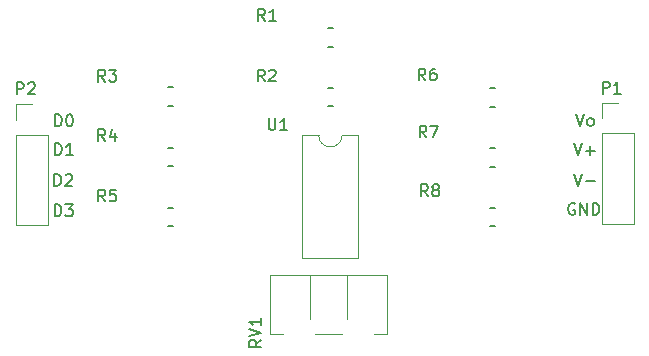
<source format=gto>
G04 #@! TF.FileFunction,Legend,Top*
%FSLAX46Y46*%
G04 Gerber Fmt 4.6, Leading zero omitted, Abs format (unit mm)*
G04 Created by KiCad (PCBNEW 4.0.7) date Tuesday, December 19, 2017 'PMt' 12:55:26 PM*
%MOMM*%
%LPD*%
G01*
G04 APERTURE LIST*
%ADD10C,0.100000*%
%ADD11C,0.200000*%
%ADD12C,0.120000*%
%ADD13C,0.150000*%
G04 APERTURE END LIST*
D10*
D11*
X158356396Y-80132300D02*
X158261158Y-80084681D01*
X158118301Y-80084681D01*
X157975443Y-80132300D01*
X157880205Y-80227538D01*
X157832586Y-80322776D01*
X157784967Y-80513252D01*
X157784967Y-80656110D01*
X157832586Y-80846586D01*
X157880205Y-80941824D01*
X157975443Y-81037062D01*
X158118301Y-81084681D01*
X158213539Y-81084681D01*
X158356396Y-81037062D01*
X158404015Y-80989443D01*
X158404015Y-80656110D01*
X158213539Y-80656110D01*
X158832586Y-81084681D02*
X158832586Y-80084681D01*
X159404015Y-81084681D01*
X159404015Y-80084681D01*
X159880205Y-81084681D02*
X159880205Y-80084681D01*
X160118300Y-80084681D01*
X160261158Y-80132300D01*
X160356396Y-80227538D01*
X160404015Y-80322776D01*
X160451634Y-80513252D01*
X160451634Y-80656110D01*
X160404015Y-80846586D01*
X160356396Y-80941824D01*
X160261158Y-81037062D01*
X160118300Y-81084681D01*
X159880205Y-81084681D01*
X158305619Y-77595481D02*
X158638952Y-78595481D01*
X158972286Y-77595481D01*
X159305619Y-78214529D02*
X160067524Y-78214529D01*
X158305619Y-75004681D02*
X158638952Y-76004681D01*
X158972286Y-75004681D01*
X159305619Y-75623729D02*
X160067524Y-75623729D01*
X159686572Y-76004681D02*
X159686572Y-75242776D01*
X158472286Y-72540881D02*
X158805619Y-73540881D01*
X159138953Y-72540881D01*
X159615143Y-73540881D02*
X159519905Y-73493262D01*
X159472286Y-73445643D01*
X159424667Y-73350405D01*
X159424667Y-73064690D01*
X159472286Y-72969452D01*
X159519905Y-72921833D01*
X159615143Y-72874214D01*
X159758001Y-72874214D01*
X159853239Y-72921833D01*
X159900858Y-72969452D01*
X159948477Y-73064690D01*
X159948477Y-73350405D01*
X159900858Y-73445643D01*
X159853239Y-73493262D01*
X159758001Y-73540881D01*
X159615143Y-73540881D01*
X114323905Y-81186281D02*
X114323905Y-80186281D01*
X114562000Y-80186281D01*
X114704858Y-80233900D01*
X114800096Y-80329138D01*
X114847715Y-80424376D01*
X114895334Y-80614852D01*
X114895334Y-80757710D01*
X114847715Y-80948186D01*
X114800096Y-81043424D01*
X114704858Y-81138662D01*
X114562000Y-81186281D01*
X114323905Y-81186281D01*
X115228667Y-80186281D02*
X115847715Y-80186281D01*
X115514381Y-80567233D01*
X115657239Y-80567233D01*
X115752477Y-80614852D01*
X115800096Y-80662471D01*
X115847715Y-80757710D01*
X115847715Y-80995805D01*
X115800096Y-81091043D01*
X115752477Y-81138662D01*
X115657239Y-81186281D01*
X115371524Y-81186281D01*
X115276286Y-81138662D01*
X115228667Y-81091043D01*
X114298505Y-78620881D02*
X114298505Y-77620881D01*
X114536600Y-77620881D01*
X114679458Y-77668500D01*
X114774696Y-77763738D01*
X114822315Y-77858976D01*
X114869934Y-78049452D01*
X114869934Y-78192310D01*
X114822315Y-78382786D01*
X114774696Y-78478024D01*
X114679458Y-78573262D01*
X114536600Y-78620881D01*
X114298505Y-78620881D01*
X115250886Y-77716119D02*
X115298505Y-77668500D01*
X115393743Y-77620881D01*
X115631839Y-77620881D01*
X115727077Y-77668500D01*
X115774696Y-77716119D01*
X115822315Y-77811357D01*
X115822315Y-77906595D01*
X115774696Y-78049452D01*
X115203267Y-78620881D01*
X115822315Y-78620881D01*
X114349305Y-76017381D02*
X114349305Y-75017381D01*
X114587400Y-75017381D01*
X114730258Y-75065000D01*
X114825496Y-75160238D01*
X114873115Y-75255476D01*
X114920734Y-75445952D01*
X114920734Y-75588810D01*
X114873115Y-75779286D01*
X114825496Y-75874524D01*
X114730258Y-75969762D01*
X114587400Y-76017381D01*
X114349305Y-76017381D01*
X115873115Y-76017381D02*
X115301686Y-76017381D01*
X115587400Y-76017381D02*
X115587400Y-75017381D01*
X115492162Y-75160238D01*
X115396924Y-75255476D01*
X115301686Y-75303095D01*
X114349305Y-73566281D02*
X114349305Y-72566281D01*
X114587400Y-72566281D01*
X114730258Y-72613900D01*
X114825496Y-72709138D01*
X114873115Y-72804376D01*
X114920734Y-72994852D01*
X114920734Y-73137710D01*
X114873115Y-73328186D01*
X114825496Y-73423424D01*
X114730258Y-73518662D01*
X114587400Y-73566281D01*
X114349305Y-73566281D01*
X115539781Y-72566281D02*
X115635020Y-72566281D01*
X115730258Y-72613900D01*
X115777877Y-72661519D01*
X115825496Y-72756757D01*
X115873115Y-72947233D01*
X115873115Y-73185329D01*
X115825496Y-73375805D01*
X115777877Y-73471043D01*
X115730258Y-73518662D01*
X115635020Y-73566281D01*
X115539781Y-73566281D01*
X115444543Y-73518662D01*
X115396924Y-73471043D01*
X115349305Y-73375805D01*
X115301686Y-73185329D01*
X115301686Y-72947233D01*
X115349305Y-72756757D01*
X115396924Y-72661519D01*
X115444543Y-72613900D01*
X115539781Y-72566281D01*
D12*
X160671200Y-81860700D02*
X163331200Y-81860700D01*
X160671200Y-74180700D02*
X160671200Y-81860700D01*
X163331200Y-74180700D02*
X163331200Y-81860700D01*
X160671200Y-74180700D02*
X163331200Y-74180700D01*
X160671200Y-72910700D02*
X160671200Y-71580700D01*
X160671200Y-71580700D02*
X162001200Y-71580700D01*
X111065000Y-81949600D02*
X113725000Y-81949600D01*
X111065000Y-74269600D02*
X111065000Y-81949600D01*
X113725000Y-74269600D02*
X113725000Y-81949600D01*
X111065000Y-74269600D02*
X113725000Y-74269600D01*
X111065000Y-72999600D02*
X111065000Y-71669600D01*
X111065000Y-71669600D02*
X112395000Y-71669600D01*
D13*
X137655300Y-65227200D02*
X137454640Y-65227200D01*
X137655300Y-65227200D02*
X137855960Y-65227200D01*
X137754360Y-66827400D02*
X137855960Y-66827400D01*
X137855960Y-66827400D02*
X137454640Y-66827400D01*
X137693400Y-70294500D02*
X137492740Y-70294500D01*
X137693400Y-70294500D02*
X137894060Y-70294500D01*
X137792460Y-71894700D02*
X137894060Y-71894700D01*
X137894060Y-71894700D02*
X137492740Y-71894700D01*
X124155200Y-71882000D02*
X124355860Y-71882000D01*
X124155200Y-71882000D02*
X123954540Y-71882000D01*
X124056140Y-70281800D02*
X123954540Y-70281800D01*
X123954540Y-70281800D02*
X124355860Y-70281800D01*
X124129800Y-76974700D02*
X124330460Y-76974700D01*
X124129800Y-76974700D02*
X123929140Y-76974700D01*
X124030740Y-75374500D02*
X123929140Y-75374500D01*
X123929140Y-75374500D02*
X124330460Y-75374500D01*
X124155200Y-82054700D02*
X124355860Y-82054700D01*
X124155200Y-82054700D02*
X123954540Y-82054700D01*
X124056140Y-80454500D02*
X123954540Y-80454500D01*
X123954540Y-80454500D02*
X124355860Y-80454500D01*
X151384000Y-71907400D02*
X151584660Y-71907400D01*
X151384000Y-71907400D02*
X151183340Y-71907400D01*
X151284940Y-70307200D02*
X151183340Y-70307200D01*
X151183340Y-70307200D02*
X151584660Y-70307200D01*
X151396700Y-76987400D02*
X151597360Y-76987400D01*
X151396700Y-76987400D02*
X151196040Y-76987400D01*
X151297640Y-75387200D02*
X151196040Y-75387200D01*
X151196040Y-75387200D02*
X151597360Y-75387200D01*
X151422100Y-82054700D02*
X151622760Y-82054700D01*
X151422100Y-82054700D02*
X151221440Y-82054700D01*
X151323040Y-80454500D02*
X151221440Y-80454500D01*
X151221440Y-80454500D02*
X151622760Y-80454500D01*
D12*
X132540000Y-91120000D02*
X132540000Y-86199000D01*
X142461000Y-91120000D02*
X142461000Y-86199000D01*
X132540000Y-86199000D02*
X142461000Y-86199000D01*
X141366000Y-91120000D02*
X142461000Y-91120000D01*
X132540000Y-91120000D02*
X133636000Y-91120000D01*
X136366000Y-91120000D02*
X138636000Y-91120000D01*
X135941000Y-89874000D02*
X135941000Y-86199000D01*
X139062000Y-89874000D02*
X139062000Y-86199000D01*
X136366000Y-91120000D02*
X138636000Y-91120000D01*
X135941000Y-86199000D02*
X139062000Y-86199000D01*
X136668000Y-74302000D02*
X135298000Y-74302000D01*
X135298000Y-74302000D02*
X135298000Y-84702000D01*
X135298000Y-84702000D02*
X140038000Y-84702000D01*
X140038000Y-84702000D02*
X140038000Y-74302000D01*
X140038000Y-74302000D02*
X138668000Y-74302000D01*
X138668000Y-74302000D02*
G75*
G02X136668000Y-74302000I-1000000J0D01*
G01*
D13*
X160729705Y-70797681D02*
X160729705Y-69797681D01*
X161110658Y-69797681D01*
X161205896Y-69845300D01*
X161253515Y-69892919D01*
X161301134Y-69988157D01*
X161301134Y-70131014D01*
X161253515Y-70226252D01*
X161205896Y-70273871D01*
X161110658Y-70321490D01*
X160729705Y-70321490D01*
X162253515Y-70797681D02*
X161682086Y-70797681D01*
X161967800Y-70797681D02*
X161967800Y-69797681D01*
X161872562Y-69940538D01*
X161777324Y-70035776D01*
X161682086Y-70083395D01*
X111123505Y-70861181D02*
X111123505Y-69861181D01*
X111504458Y-69861181D01*
X111599696Y-69908800D01*
X111647315Y-69956419D01*
X111694934Y-70051657D01*
X111694934Y-70194514D01*
X111647315Y-70289752D01*
X111599696Y-70337371D01*
X111504458Y-70384990D01*
X111123505Y-70384990D01*
X112075886Y-69956419D02*
X112123505Y-69908800D01*
X112218743Y-69861181D01*
X112456839Y-69861181D01*
X112552077Y-69908800D01*
X112599696Y-69956419D01*
X112647315Y-70051657D01*
X112647315Y-70146895D01*
X112599696Y-70289752D01*
X112028267Y-70861181D01*
X112647315Y-70861181D01*
X132116534Y-64638181D02*
X131783200Y-64161990D01*
X131545105Y-64638181D02*
X131545105Y-63638181D01*
X131926058Y-63638181D01*
X132021296Y-63685800D01*
X132068915Y-63733419D01*
X132116534Y-63828657D01*
X132116534Y-63971514D01*
X132068915Y-64066752D01*
X132021296Y-64114371D01*
X131926058Y-64161990D01*
X131545105Y-64161990D01*
X133068915Y-64638181D02*
X132497486Y-64638181D01*
X132783200Y-64638181D02*
X132783200Y-63638181D01*
X132687962Y-63781038D01*
X132592724Y-63876276D01*
X132497486Y-63923895D01*
X132091134Y-69768981D02*
X131757800Y-69292790D01*
X131519705Y-69768981D02*
X131519705Y-68768981D01*
X131900658Y-68768981D01*
X131995896Y-68816600D01*
X132043515Y-68864219D01*
X132091134Y-68959457D01*
X132091134Y-69102314D01*
X132043515Y-69197552D01*
X131995896Y-69245171D01*
X131900658Y-69292790D01*
X131519705Y-69292790D01*
X132472086Y-68864219D02*
X132519705Y-68816600D01*
X132614943Y-68768981D01*
X132853039Y-68768981D01*
X132948277Y-68816600D01*
X132995896Y-68864219D01*
X133043515Y-68959457D01*
X133043515Y-69054695D01*
X132995896Y-69197552D01*
X132424467Y-69768981D01*
X133043515Y-69768981D01*
X118603734Y-69781681D02*
X118270400Y-69305490D01*
X118032305Y-69781681D02*
X118032305Y-68781681D01*
X118413258Y-68781681D01*
X118508496Y-68829300D01*
X118556115Y-68876919D01*
X118603734Y-68972157D01*
X118603734Y-69115014D01*
X118556115Y-69210252D01*
X118508496Y-69257871D01*
X118413258Y-69305490D01*
X118032305Y-69305490D01*
X118937067Y-68781681D02*
X119556115Y-68781681D01*
X119222781Y-69162633D01*
X119365639Y-69162633D01*
X119460877Y-69210252D01*
X119508496Y-69257871D01*
X119556115Y-69353110D01*
X119556115Y-69591205D01*
X119508496Y-69686443D01*
X119460877Y-69734062D01*
X119365639Y-69781681D01*
X119079924Y-69781681D01*
X118984686Y-69734062D01*
X118937067Y-69686443D01*
X118591034Y-74823581D02*
X118257700Y-74347390D01*
X118019605Y-74823581D02*
X118019605Y-73823581D01*
X118400558Y-73823581D01*
X118495796Y-73871200D01*
X118543415Y-73918819D01*
X118591034Y-74014057D01*
X118591034Y-74156914D01*
X118543415Y-74252152D01*
X118495796Y-74299771D01*
X118400558Y-74347390D01*
X118019605Y-74347390D01*
X119448177Y-74156914D02*
X119448177Y-74823581D01*
X119210081Y-73775962D02*
X118971986Y-74490248D01*
X119591034Y-74490248D01*
X118591034Y-79928981D02*
X118257700Y-79452790D01*
X118019605Y-79928981D02*
X118019605Y-78928981D01*
X118400558Y-78928981D01*
X118495796Y-78976600D01*
X118543415Y-79024219D01*
X118591034Y-79119457D01*
X118591034Y-79262314D01*
X118543415Y-79357552D01*
X118495796Y-79405171D01*
X118400558Y-79452790D01*
X118019605Y-79452790D01*
X119495796Y-78928981D02*
X119019605Y-78928981D01*
X118971986Y-79405171D01*
X119019605Y-79357552D01*
X119114843Y-79309933D01*
X119352939Y-79309933D01*
X119448177Y-79357552D01*
X119495796Y-79405171D01*
X119543415Y-79500410D01*
X119543415Y-79738505D01*
X119495796Y-79833743D01*
X119448177Y-79881362D01*
X119352939Y-79928981D01*
X119114843Y-79928981D01*
X119019605Y-79881362D01*
X118971986Y-79833743D01*
X145705534Y-69680081D02*
X145372200Y-69203890D01*
X145134105Y-69680081D02*
X145134105Y-68680081D01*
X145515058Y-68680081D01*
X145610296Y-68727700D01*
X145657915Y-68775319D01*
X145705534Y-68870557D01*
X145705534Y-69013414D01*
X145657915Y-69108652D01*
X145610296Y-69156271D01*
X145515058Y-69203890D01*
X145134105Y-69203890D01*
X146562677Y-68680081D02*
X146372200Y-68680081D01*
X146276962Y-68727700D01*
X146229343Y-68775319D01*
X146134105Y-68918176D01*
X146086486Y-69108652D01*
X146086486Y-69489605D01*
X146134105Y-69584843D01*
X146181724Y-69632462D01*
X146276962Y-69680081D01*
X146467439Y-69680081D01*
X146562677Y-69632462D01*
X146610296Y-69584843D01*
X146657915Y-69489605D01*
X146657915Y-69251510D01*
X146610296Y-69156271D01*
X146562677Y-69108652D01*
X146467439Y-69061033D01*
X146276962Y-69061033D01*
X146181724Y-69108652D01*
X146134105Y-69156271D01*
X146086486Y-69251510D01*
X145794434Y-74506081D02*
X145461100Y-74029890D01*
X145223005Y-74506081D02*
X145223005Y-73506081D01*
X145603958Y-73506081D01*
X145699196Y-73553700D01*
X145746815Y-73601319D01*
X145794434Y-73696557D01*
X145794434Y-73839414D01*
X145746815Y-73934652D01*
X145699196Y-73982271D01*
X145603958Y-74029890D01*
X145223005Y-74029890D01*
X146127767Y-73506081D02*
X146794434Y-73506081D01*
X146365862Y-74506081D01*
X145921434Y-79497181D02*
X145588100Y-79020990D01*
X145350005Y-79497181D02*
X145350005Y-78497181D01*
X145730958Y-78497181D01*
X145826196Y-78544800D01*
X145873815Y-78592419D01*
X145921434Y-78687657D01*
X145921434Y-78830514D01*
X145873815Y-78925752D01*
X145826196Y-78973371D01*
X145730958Y-79020990D01*
X145350005Y-79020990D01*
X146492862Y-78925752D02*
X146397624Y-78878133D01*
X146350005Y-78830514D01*
X146302386Y-78735276D01*
X146302386Y-78687657D01*
X146350005Y-78592419D01*
X146397624Y-78544800D01*
X146492862Y-78497181D01*
X146683339Y-78497181D01*
X146778577Y-78544800D01*
X146826196Y-78592419D01*
X146873815Y-78687657D01*
X146873815Y-78735276D01*
X146826196Y-78830514D01*
X146778577Y-78878133D01*
X146683339Y-78925752D01*
X146492862Y-78925752D01*
X146397624Y-78973371D01*
X146350005Y-79020990D01*
X146302386Y-79116229D01*
X146302386Y-79306705D01*
X146350005Y-79401943D01*
X146397624Y-79449562D01*
X146492862Y-79497181D01*
X146683339Y-79497181D01*
X146778577Y-79449562D01*
X146826196Y-79401943D01*
X146873815Y-79306705D01*
X146873815Y-79116229D01*
X146826196Y-79020990D01*
X146778577Y-78973371D01*
X146683339Y-78925752D01*
X131803381Y-91654238D02*
X131327190Y-91987572D01*
X131803381Y-92225667D02*
X130803381Y-92225667D01*
X130803381Y-91844714D01*
X130851000Y-91749476D01*
X130898619Y-91701857D01*
X130993857Y-91654238D01*
X131136714Y-91654238D01*
X131231952Y-91701857D01*
X131279571Y-91749476D01*
X131327190Y-91844714D01*
X131327190Y-92225667D01*
X130803381Y-91368524D02*
X131803381Y-91035191D01*
X130803381Y-90701857D01*
X131803381Y-89844714D02*
X131803381Y-90416143D01*
X131803381Y-90130429D02*
X130803381Y-90130429D01*
X130946238Y-90225667D01*
X131041476Y-90320905D01*
X131089095Y-90416143D01*
X132435695Y-72883781D02*
X132435695Y-73693305D01*
X132483314Y-73788543D01*
X132530933Y-73836162D01*
X132626171Y-73883781D01*
X132816648Y-73883781D01*
X132911886Y-73836162D01*
X132959505Y-73788543D01*
X133007124Y-73693305D01*
X133007124Y-72883781D01*
X134007124Y-73883781D02*
X133435695Y-73883781D01*
X133721409Y-73883781D02*
X133721409Y-72883781D01*
X133626171Y-73026638D01*
X133530933Y-73121876D01*
X133435695Y-73169495D01*
M02*

</source>
